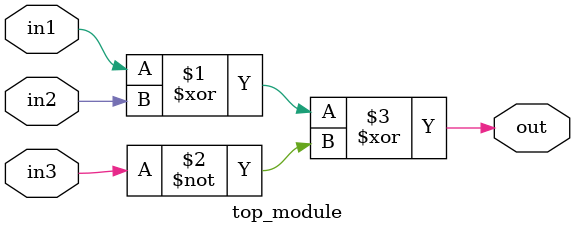
<source format=v>
module top_module(	// file.cleaned.mlir:2:3
  input  in1,	// file.cleaned.mlir:2:28
         in2,	// file.cleaned.mlir:2:42
         in3,	// file.cleaned.mlir:2:56
  output out	// file.cleaned.mlir:2:71
);

  assign out = in1 ^ in2 ^ ~in3;	// file.cleaned.mlir:4:10, :5:5
endmodule


</source>
